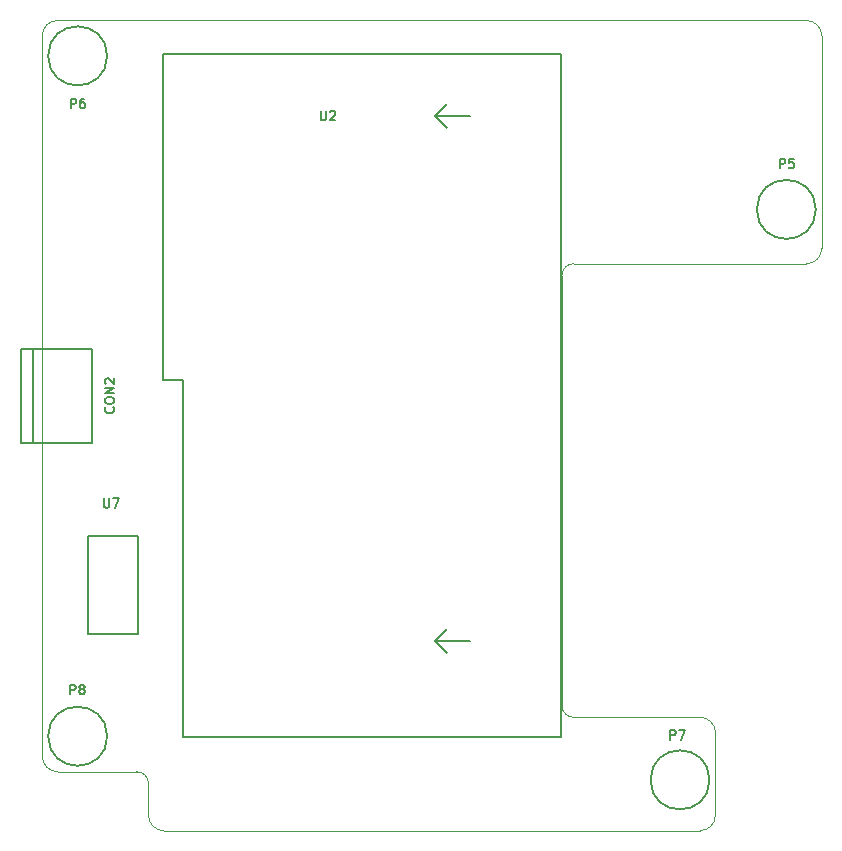
<source format=gto>
G04 (created by PCBNEW (2013-05-31 BZR 4019)-stable) date 23/02/2014 19:03:20*
%MOIN*%
G04 Gerber Fmt 3.4, Leading zero omitted, Abs format*
%FSLAX34Y34*%
G01*
G70*
G90*
G04 APERTURE LIST*
%ADD10C,0.00590551*%
%ADD11C,0.000393701*%
G04 APERTURE END LIST*
G54D10*
G54D11*
X42173Y-51606D02*
X42173Y-27590D01*
X42173Y-27590D02*
G75*
G02X42685Y-27078I511J0D01*
G74*
G01*
X45716Y-52511D02*
X45716Y-53574D01*
X42685Y-52118D02*
X45322Y-52118D01*
X67645Y-27078D02*
X42685Y-27078D01*
X68157Y-34677D02*
X68157Y-27590D01*
X59889Y-35188D02*
X67645Y-35188D01*
X59496Y-49913D02*
X59496Y-35582D01*
X64102Y-50307D02*
X59889Y-50307D01*
X64614Y-53574D02*
X64614Y-50818D01*
X46228Y-54086D02*
X64102Y-54086D01*
X45322Y-52118D02*
G75*
G02X45716Y-52511I0J-393D01*
G74*
G01*
X42685Y-52118D02*
G75*
G02X42173Y-51606I0J511D01*
G74*
G01*
X67645Y-27078D02*
G75*
G02X68157Y-27590I0J-511D01*
G74*
G01*
X68157Y-34678D02*
G75*
G02X67645Y-35188I-511J0D01*
G74*
G01*
X59496Y-35581D02*
G75*
G02X59889Y-35188I393J0D01*
G74*
G01*
X59889Y-50307D02*
G75*
G02X59496Y-49913I0J393D01*
G74*
G01*
X64103Y-50307D02*
G75*
G02X64614Y-50818I0J-511D01*
G74*
G01*
X64614Y-53575D02*
G75*
G02X64102Y-54086I-511J0D01*
G74*
G01*
X46227Y-54086D02*
G75*
G02X45716Y-53574I0J511D01*
G74*
G01*
G54D10*
X45362Y-44263D02*
X45362Y-47531D01*
X45362Y-47531D02*
X43708Y-47531D01*
X43708Y-47531D02*
X43708Y-44263D01*
X43708Y-44263D02*
X45362Y-44263D01*
X41858Y-38023D02*
X41464Y-38023D01*
X41464Y-38023D02*
X41464Y-41173D01*
X41464Y-41173D02*
X41858Y-41173D01*
X41858Y-38023D02*
X41858Y-41173D01*
X41858Y-41173D02*
X43846Y-41173D01*
X43846Y-41173D02*
X43846Y-38023D01*
X43846Y-38023D02*
X41858Y-38023D01*
X46854Y-50956D02*
X46854Y-39066D01*
X46854Y-39066D02*
X46204Y-39066D01*
X59452Y-28200D02*
X59452Y-50956D01*
X59452Y-50956D02*
X46854Y-50956D01*
X46204Y-39066D02*
X46204Y-28200D01*
X46204Y-28200D02*
X59452Y-28200D01*
X55259Y-30267D02*
X55653Y-29874D01*
X55259Y-30267D02*
X55653Y-30661D01*
X55259Y-30267D02*
X56440Y-30267D01*
X55259Y-47767D02*
X55653Y-47374D01*
X55259Y-47767D02*
X55653Y-48161D01*
X55259Y-47767D02*
X56440Y-47767D01*
X67960Y-33377D02*
G75*
G03X67960Y-33377I-984J0D01*
G74*
G01*
X44338Y-28259D02*
G75*
G03X44338Y-28259I-984J0D01*
G74*
G01*
X64417Y-52393D02*
G75*
G03X64417Y-52393I-984J0D01*
G74*
G01*
X44338Y-50937D02*
G75*
G03X44338Y-50937I-984J0D01*
G74*
G01*
X44228Y-43001D02*
X44228Y-43256D01*
X44243Y-43286D01*
X44258Y-43301D01*
X44288Y-43316D01*
X44348Y-43316D01*
X44378Y-43301D01*
X44393Y-43286D01*
X44408Y-43256D01*
X44408Y-43001D01*
X44528Y-43001D02*
X44738Y-43001D01*
X44603Y-43316D01*
X44546Y-39969D02*
X44561Y-39984D01*
X44576Y-40029D01*
X44576Y-40059D01*
X44561Y-40104D01*
X44531Y-40134D01*
X44501Y-40149D01*
X44441Y-40164D01*
X44396Y-40164D01*
X44336Y-40149D01*
X44306Y-40134D01*
X44276Y-40104D01*
X44261Y-40059D01*
X44261Y-40029D01*
X44276Y-39984D01*
X44291Y-39969D01*
X44261Y-39774D02*
X44261Y-39714D01*
X44276Y-39684D01*
X44306Y-39654D01*
X44366Y-39639D01*
X44471Y-39639D01*
X44531Y-39654D01*
X44561Y-39684D01*
X44576Y-39714D01*
X44576Y-39774D01*
X44561Y-39804D01*
X44531Y-39834D01*
X44471Y-39849D01*
X44366Y-39849D01*
X44306Y-39834D01*
X44276Y-39804D01*
X44261Y-39774D01*
X44576Y-39504D02*
X44261Y-39504D01*
X44576Y-39324D01*
X44261Y-39324D01*
X44291Y-39189D02*
X44276Y-39174D01*
X44261Y-39144D01*
X44261Y-39069D01*
X44276Y-39039D01*
X44291Y-39024D01*
X44321Y-39009D01*
X44351Y-39009D01*
X44396Y-39024D01*
X44576Y-39204D01*
X44576Y-39009D01*
X51452Y-30088D02*
X51452Y-30343D01*
X51467Y-30373D01*
X51482Y-30388D01*
X51512Y-30403D01*
X51572Y-30403D01*
X51602Y-30388D01*
X51617Y-30373D01*
X51632Y-30343D01*
X51632Y-30088D01*
X51767Y-30118D02*
X51782Y-30103D01*
X51812Y-30088D01*
X51887Y-30088D01*
X51917Y-30103D01*
X51932Y-30118D01*
X51947Y-30148D01*
X51947Y-30178D01*
X51932Y-30223D01*
X51752Y-30403D01*
X51947Y-30403D01*
X66755Y-31997D02*
X66755Y-31682D01*
X66875Y-31682D01*
X66905Y-31697D01*
X66920Y-31712D01*
X66935Y-31742D01*
X66935Y-31787D01*
X66920Y-31817D01*
X66905Y-31832D01*
X66875Y-31847D01*
X66755Y-31847D01*
X67220Y-31682D02*
X67070Y-31682D01*
X67055Y-31832D01*
X67070Y-31817D01*
X67100Y-31802D01*
X67175Y-31802D01*
X67205Y-31817D01*
X67220Y-31832D01*
X67235Y-31862D01*
X67235Y-31937D01*
X67220Y-31967D01*
X67205Y-31982D01*
X67175Y-31997D01*
X67100Y-31997D01*
X67070Y-31982D01*
X67055Y-31967D01*
X43121Y-30001D02*
X43121Y-29686D01*
X43241Y-29686D01*
X43271Y-29701D01*
X43286Y-29716D01*
X43301Y-29746D01*
X43301Y-29791D01*
X43286Y-29821D01*
X43271Y-29836D01*
X43241Y-29851D01*
X43121Y-29851D01*
X43571Y-29686D02*
X43511Y-29686D01*
X43481Y-29701D01*
X43466Y-29716D01*
X43436Y-29761D01*
X43421Y-29821D01*
X43421Y-29941D01*
X43436Y-29971D01*
X43451Y-29986D01*
X43481Y-30001D01*
X43541Y-30001D01*
X43571Y-29986D01*
X43586Y-29971D01*
X43601Y-29941D01*
X43601Y-29866D01*
X43586Y-29836D01*
X43571Y-29821D01*
X43541Y-29806D01*
X43481Y-29806D01*
X43451Y-29821D01*
X43436Y-29836D01*
X43421Y-29866D01*
X63113Y-51052D02*
X63113Y-50737D01*
X63233Y-50737D01*
X63263Y-50752D01*
X63278Y-50767D01*
X63293Y-50797D01*
X63293Y-50842D01*
X63278Y-50872D01*
X63263Y-50887D01*
X63233Y-50902D01*
X63113Y-50902D01*
X63398Y-50737D02*
X63608Y-50737D01*
X63473Y-51052D01*
X43113Y-49536D02*
X43113Y-49221D01*
X43233Y-49221D01*
X43263Y-49236D01*
X43278Y-49251D01*
X43293Y-49281D01*
X43293Y-49326D01*
X43278Y-49356D01*
X43263Y-49371D01*
X43233Y-49386D01*
X43113Y-49386D01*
X43473Y-49356D02*
X43443Y-49341D01*
X43428Y-49326D01*
X43413Y-49296D01*
X43413Y-49281D01*
X43428Y-49251D01*
X43443Y-49236D01*
X43473Y-49221D01*
X43533Y-49221D01*
X43563Y-49236D01*
X43578Y-49251D01*
X43593Y-49281D01*
X43593Y-49296D01*
X43578Y-49326D01*
X43563Y-49341D01*
X43533Y-49356D01*
X43473Y-49356D01*
X43443Y-49371D01*
X43428Y-49386D01*
X43413Y-49416D01*
X43413Y-49476D01*
X43428Y-49506D01*
X43443Y-49521D01*
X43473Y-49536D01*
X43533Y-49536D01*
X43563Y-49521D01*
X43578Y-49506D01*
X43593Y-49476D01*
X43593Y-49416D01*
X43578Y-49386D01*
X43563Y-49371D01*
X43533Y-49356D01*
M02*

</source>
